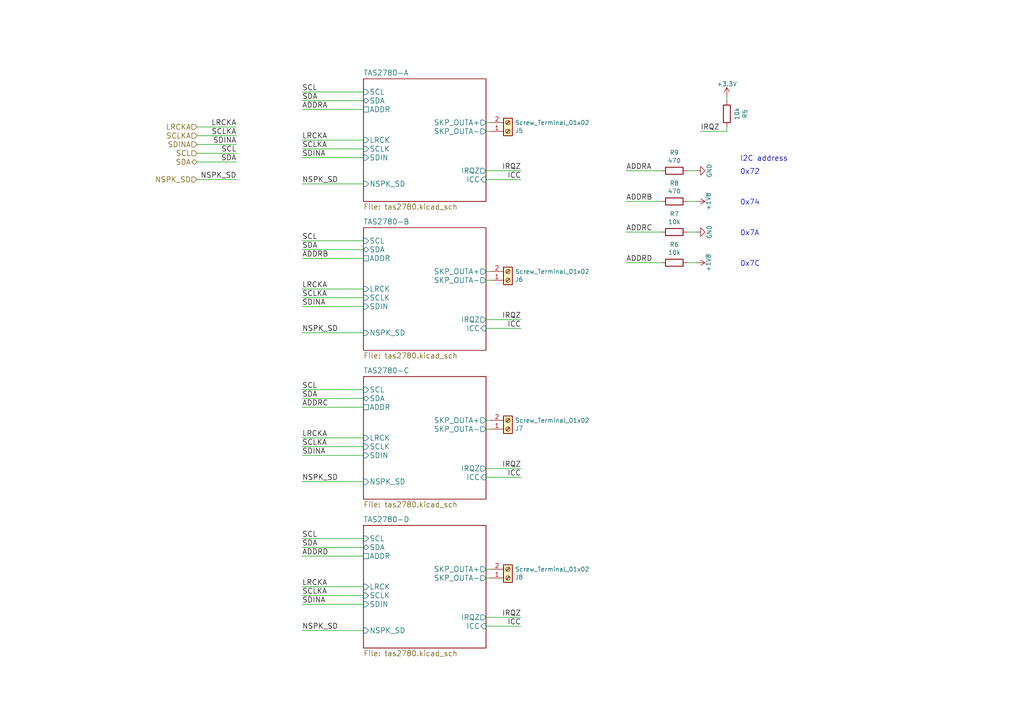
<source format=kicad_sch>
(kicad_sch (version 20211123) (generator eeschema)

  (uuid 2dfdf554-d7ae-4f46-9bef-349a4ec8d129)

  (paper "A4")

  (lib_symbols
    (symbol "Connector:Screw_Terminal_01x02" (pin_names (offset 1.016) hide) (in_bom yes) (on_board yes)
      (property "Reference" "J" (id 0) (at 0 2.54 0)
        (effects (font (size 1.27 1.27)))
      )
      (property "Value" "Screw_Terminal_01x02" (id 1) (at 0 -5.08 0)
        (effects (font (size 1.27 1.27)))
      )
      (property "Footprint" "" (id 2) (at 0 0 0)
        (effects (font (size 1.27 1.27)) hide)
      )
      (property "Datasheet" "~" (id 3) (at 0 0 0)
        (effects (font (size 1.27 1.27)) hide)
      )
      (property "ki_keywords" "screw terminal" (id 4) (at 0 0 0)
        (effects (font (size 1.27 1.27)) hide)
      )
      (property "ki_description" "Generic screw terminal, single row, 01x02, script generated (kicad-library-utils/schlib/autogen/connector/)" (id 5) (at 0 0 0)
        (effects (font (size 1.27 1.27)) hide)
      )
      (property "ki_fp_filters" "TerminalBlock*:*" (id 6) (at 0 0 0)
        (effects (font (size 1.27 1.27)) hide)
      )
      (symbol "Screw_Terminal_01x02_1_1"
        (rectangle (start -1.27 1.27) (end 1.27 -3.81)
          (stroke (width 0.254) (type default) (color 0 0 0 0))
          (fill (type background))
        )
        (circle (center 0 -2.54) (radius 0.635)
          (stroke (width 0.1524) (type default) (color 0 0 0 0))
          (fill (type none))
        )
        (polyline
          (pts
            (xy -0.5334 -2.2098)
            (xy 0.3302 -3.048)
          )
          (stroke (width 0.1524) (type default) (color 0 0 0 0))
          (fill (type none))
        )
        (polyline
          (pts
            (xy -0.5334 0.3302)
            (xy 0.3302 -0.508)
          )
          (stroke (width 0.1524) (type default) (color 0 0 0 0))
          (fill (type none))
        )
        (polyline
          (pts
            (xy -0.3556 -2.032)
            (xy 0.508 -2.8702)
          )
          (stroke (width 0.1524) (type default) (color 0 0 0 0))
          (fill (type none))
        )
        (polyline
          (pts
            (xy -0.3556 0.508)
            (xy 0.508 -0.3302)
          )
          (stroke (width 0.1524) (type default) (color 0 0 0 0))
          (fill (type none))
        )
        (circle (center 0 0) (radius 0.635)
          (stroke (width 0.1524) (type default) (color 0 0 0 0))
          (fill (type none))
        )
        (pin passive line (at -5.08 0 0) (length 3.81)
          (name "Pin_1" (effects (font (size 1.27 1.27))))
          (number "1" (effects (font (size 1.27 1.27))))
        )
        (pin passive line (at -5.08 -2.54 0) (length 3.81)
          (name "Pin_2" (effects (font (size 1.27 1.27))))
          (number "2" (effects (font (size 1.27 1.27))))
        )
      )
    )
    (symbol "Device:R" (pin_numbers hide) (pin_names (offset 0)) (in_bom yes) (on_board yes)
      (property "Reference" "R" (id 0) (at 2.032 0 90)
        (effects (font (size 1.27 1.27)))
      )
      (property "Value" "R" (id 1) (at 0 0 90)
        (effects (font (size 1.27 1.27)))
      )
      (property "Footprint" "" (id 2) (at -1.778 0 90)
        (effects (font (size 1.27 1.27)) hide)
      )
      (property "Datasheet" "~" (id 3) (at 0 0 0)
        (effects (font (size 1.27 1.27)) hide)
      )
      (property "ki_keywords" "R res resistor" (id 4) (at 0 0 0)
        (effects (font (size 1.27 1.27)) hide)
      )
      (property "ki_description" "Resistor" (id 5) (at 0 0 0)
        (effects (font (size 1.27 1.27)) hide)
      )
      (property "ki_fp_filters" "R_*" (id 6) (at 0 0 0)
        (effects (font (size 1.27 1.27)) hide)
      )
      (symbol "R_0_1"
        (rectangle (start -1.016 -2.54) (end 1.016 2.54)
          (stroke (width 0.254) (type default) (color 0 0 0 0))
          (fill (type none))
        )
      )
      (symbol "R_1_1"
        (pin passive line (at 0 3.81 270) (length 1.27)
          (name "~" (effects (font (size 1.27 1.27))))
          (number "1" (effects (font (size 1.27 1.27))))
        )
        (pin passive line (at 0 -3.81 90) (length 1.27)
          (name "~" (effects (font (size 1.27 1.27))))
          (number "2" (effects (font (size 1.27 1.27))))
        )
      )
    )
    (symbol "power:+1V8" (power) (pin_names (offset 0)) (in_bom yes) (on_board yes)
      (property "Reference" "#PWR" (id 0) (at 0 -3.81 0)
        (effects (font (size 1.27 1.27)) hide)
      )
      (property "Value" "+1V8" (id 1) (at 0 3.556 0)
        (effects (font (size 1.27 1.27)))
      )
      (property "Footprint" "" (id 2) (at 0 0 0)
        (effects (font (size 1.27 1.27)) hide)
      )
      (property "Datasheet" "" (id 3) (at 0 0 0)
        (effects (font (size 1.27 1.27)) hide)
      )
      (property "ki_keywords" "global power" (id 4) (at 0 0 0)
        (effects (font (size 1.27 1.27)) hide)
      )
      (property "ki_description" "Power symbol creates a global label with name \"+1V8\"" (id 5) (at 0 0 0)
        (effects (font (size 1.27 1.27)) hide)
      )
      (symbol "+1V8_0_1"
        (polyline
          (pts
            (xy -0.762 1.27)
            (xy 0 2.54)
          )
          (stroke (width 0) (type default) (color 0 0 0 0))
          (fill (type none))
        )
        (polyline
          (pts
            (xy 0 0)
            (xy 0 2.54)
          )
          (stroke (width 0) (type default) (color 0 0 0 0))
          (fill (type none))
        )
        (polyline
          (pts
            (xy 0 2.54)
            (xy 0.762 1.27)
          )
          (stroke (width 0) (type default) (color 0 0 0 0))
          (fill (type none))
        )
      )
      (symbol "+1V8_1_1"
        (pin power_in line (at 0 0 90) (length 0) hide
          (name "+1V8" (effects (font (size 1.27 1.27))))
          (number "1" (effects (font (size 1.27 1.27))))
        )
      )
    )
    (symbol "power:+3.3V" (power) (pin_names (offset 0)) (in_bom yes) (on_board yes)
      (property "Reference" "#PWR" (id 0) (at 0 -3.81 0)
        (effects (font (size 1.27 1.27)) hide)
      )
      (property "Value" "+3.3V" (id 1) (at 0 3.556 0)
        (effects (font (size 1.27 1.27)))
      )
      (property "Footprint" "" (id 2) (at 0 0 0)
        (effects (font (size 1.27 1.27)) hide)
      )
      (property "Datasheet" "" (id 3) (at 0 0 0)
        (effects (font (size 1.27 1.27)) hide)
      )
      (property "ki_keywords" "global power" (id 4) (at 0 0 0)
        (effects (font (size 1.27 1.27)) hide)
      )
      (property "ki_description" "Power symbol creates a global label with name \"+3.3V\"" (id 5) (at 0 0 0)
        (effects (font (size 1.27 1.27)) hide)
      )
      (symbol "+3.3V_0_1"
        (polyline
          (pts
            (xy -0.762 1.27)
            (xy 0 2.54)
          )
          (stroke (width 0) (type default) (color 0 0 0 0))
          (fill (type none))
        )
        (polyline
          (pts
            (xy 0 0)
            (xy 0 2.54)
          )
          (stroke (width 0) (type default) (color 0 0 0 0))
          (fill (type none))
        )
        (polyline
          (pts
            (xy 0 2.54)
            (xy 0.762 1.27)
          )
          (stroke (width 0) (type default) (color 0 0 0 0))
          (fill (type none))
        )
      )
      (symbol "+3.3V_1_1"
        (pin power_in line (at 0 0 90) (length 0) hide
          (name "+3.3V" (effects (font (size 1.27 1.27))))
          (number "1" (effects (font (size 1.27 1.27))))
        )
      )
    )
    (symbol "power:GND" (power) (pin_names (offset 0)) (in_bom yes) (on_board yes)
      (property "Reference" "#PWR" (id 0) (at 0 -6.35 0)
        (effects (font (size 1.27 1.27)) hide)
      )
      (property "Value" "GND" (id 1) (at 0 -3.81 0)
        (effects (font (size 1.27 1.27)))
      )
      (property "Footprint" "" (id 2) (at 0 0 0)
        (effects (font (size 1.27 1.27)) hide)
      )
      (property "Datasheet" "" (id 3) (at 0 0 0)
        (effects (font (size 1.27 1.27)) hide)
      )
      (property "ki_keywords" "global power" (id 4) (at 0 0 0)
        (effects (font (size 1.27 1.27)) hide)
      )
      (property "ki_description" "Power symbol creates a global label with name \"GND\" , ground" (id 5) (at 0 0 0)
        (effects (font (size 1.27 1.27)) hide)
      )
      (symbol "GND_0_1"
        (polyline
          (pts
            (xy 0 0)
            (xy 0 -1.27)
            (xy 1.27 -1.27)
            (xy 0 -2.54)
            (xy -1.27 -1.27)
            (xy 0 -1.27)
          )
          (stroke (width 0) (type default) (color 0 0 0 0))
          (fill (type none))
        )
      )
      (symbol "GND_1_1"
        (pin power_in line (at 0 0 270) (length 0) hide
          (name "GND" (effects (font (size 1.27 1.27))))
          (number "1" (effects (font (size 1.27 1.27))))
        )
      )
    )
  )


  (wire (pts (xy 181.61 49.53) (xy 191.77 49.53))
    (stroke (width 0) (type default) (color 0 0 0 0))
    (uuid 030c8b27-3318-49f8-a36b-d642f9611e10)
  )
  (wire (pts (xy 57.15 41.91) (xy 68.58 41.91))
    (stroke (width 0) (type default) (color 0 0 0 0))
    (uuid 06485f26-9381-4ac8-a753-0e53bd187263)
  )
  (wire (pts (xy 140.97 165.1) (xy 142.24 165.1))
    (stroke (width 0) (type default) (color 0 0 0 0))
    (uuid 0816b1e2-d589-46c0-9a70-30406ee5e09d)
  )
  (wire (pts (xy 105.41 182.88) (xy 87.63 182.88))
    (stroke (width 0) (type default) (color 0 0 0 0))
    (uuid 0c140df8-3f6b-4907-adc0-2de0483dcaba)
  )
  (wire (pts (xy 87.63 43.18) (xy 105.41 43.18))
    (stroke (width 0) (type default) (color 0 0 0 0))
    (uuid 0ffebb5e-13c3-41ab-87f1-44931d3616f5)
  )
  (wire (pts (xy 140.97 92.71) (xy 151.13 92.71))
    (stroke (width 0) (type default) (color 0 0 0 0))
    (uuid 12a7b404-116b-414a-8e88-75edd5219c33)
  )
  (wire (pts (xy 87.63 74.93) (xy 105.41 74.93))
    (stroke (width 0) (type default) (color 0 0 0 0))
    (uuid 135b87a9-f0a3-43bf-bb3e-106397826e78)
  )
  (wire (pts (xy 87.63 31.75) (xy 105.41 31.75))
    (stroke (width 0) (type default) (color 0 0 0 0))
    (uuid 15e2e549-b30d-4be6-8965-ca382f0edc9c)
  )
  (wire (pts (xy 87.63 158.75) (xy 105.41 158.75))
    (stroke (width 0) (type default) (color 0 0 0 0))
    (uuid 1a9aa42a-2f43-4b61-95ae-9263507007fa)
  )
  (wire (pts (xy 140.97 138.43) (xy 151.13 138.43))
    (stroke (width 0) (type default) (color 0 0 0 0))
    (uuid 1d8b57e1-9980-499f-9faa-e53419dab12d)
  )
  (wire (pts (xy 57.15 36.83) (xy 68.58 36.83))
    (stroke (width 0) (type default) (color 0 0 0 0))
    (uuid 22162cf0-e6b2-4345-a2f7-eded90ce08b3)
  )
  (wire (pts (xy 87.63 69.85) (xy 105.41 69.85))
    (stroke (width 0) (type default) (color 0 0 0 0))
    (uuid 269c30c0-fd06-4848-9a1a-5bfb04e30563)
  )
  (wire (pts (xy 87.63 127) (xy 105.41 127))
    (stroke (width 0) (type default) (color 0 0 0 0))
    (uuid 2e1021b5-0c94-428b-94ea-b4dfebd6573e)
  )
  (wire (pts (xy 57.15 52.07) (xy 68.58 52.07))
    (stroke (width 0) (type default) (color 0 0 0 0))
    (uuid 3afd8bda-6b22-4b76-85ac-471d6f47cbd4)
  )
  (wire (pts (xy 87.63 40.64) (xy 105.41 40.64))
    (stroke (width 0) (type default) (color 0 0 0 0))
    (uuid 44c6d339-5129-4890-b712-a38d55c5bb49)
  )
  (wire (pts (xy 140.97 49.53) (xy 151.13 49.53))
    (stroke (width 0) (type default) (color 0 0 0 0))
    (uuid 47695dff-ac97-4873-8435-3b758ec1cf16)
  )
  (wire (pts (xy 140.97 78.74) (xy 142.24 78.74))
    (stroke (width 0) (type default) (color 0 0 0 0))
    (uuid 47ec2959-d1ec-49f0-8a6d-bef20b4aa962)
  )
  (wire (pts (xy 140.97 52.07) (xy 151.13 52.07))
    (stroke (width 0) (type default) (color 0 0 0 0))
    (uuid 4f1037ef-129b-437d-9e00-b866014f6eb2)
  )
  (wire (pts (xy 68.58 44.45) (xy 57.15 44.45))
    (stroke (width 0) (type default) (color 0 0 0 0))
    (uuid 584c0aa1-ad3d-4c53-8a39-bbe616b609b5)
  )
  (wire (pts (xy 199.39 58.42) (xy 201.93 58.42))
    (stroke (width 0) (type default) (color 0 0 0 0))
    (uuid 5bacdf11-9858-4832-858e-273a635696ca)
  )
  (wire (pts (xy 199.39 49.53) (xy 201.93 49.53))
    (stroke (width 0) (type default) (color 0 0 0 0))
    (uuid 633707bd-12a1-4935-9eb5-048d9316fd28)
  )
  (wire (pts (xy 87.63 72.39) (xy 105.41 72.39))
    (stroke (width 0) (type default) (color 0 0 0 0))
    (uuid 63f812c0-ebde-4b7d-97f3-82d49be86459)
  )
  (wire (pts (xy 142.24 167.64) (xy 140.97 167.64))
    (stroke (width 0) (type default) (color 0 0 0 0))
    (uuid 697e4528-04ff-4187-882a-0936333e552b)
  )
  (wire (pts (xy 140.97 121.92) (xy 142.24 121.92))
    (stroke (width 0) (type default) (color 0 0 0 0))
    (uuid 71f7f113-1c4d-41e9-9ad0-0773d617ef8e)
  )
  (wire (pts (xy 87.63 156.21) (xy 105.41 156.21))
    (stroke (width 0) (type default) (color 0 0 0 0))
    (uuid 732fb89c-17cd-4406-afbb-429d50c8f5b7)
  )
  (wire (pts (xy 140.97 35.56) (xy 142.24 35.56))
    (stroke (width 0) (type default) (color 0 0 0 0))
    (uuid 737e072b-8eef-49fa-9cc8-5412ae74b435)
  )
  (wire (pts (xy 181.61 58.42) (xy 191.77 58.42))
    (stroke (width 0) (type default) (color 0 0 0 0))
    (uuid 774d6b29-3006-404c-8e76-295da4d6bb1f)
  )
  (wire (pts (xy 87.63 88.9) (xy 105.41 88.9))
    (stroke (width 0) (type default) (color 0 0 0 0))
    (uuid 7aa629ef-1e2d-4543-a4ca-0e02b02d3bd6)
  )
  (wire (pts (xy 87.63 132.08) (xy 105.41 132.08))
    (stroke (width 0) (type default) (color 0 0 0 0))
    (uuid 7d16468b-8c07-4607-97ec-6fa98901fb85)
  )
  (wire (pts (xy 87.63 118.11) (xy 105.41 118.11))
    (stroke (width 0) (type default) (color 0 0 0 0))
    (uuid 837ee4c8-f581-474a-abd0-b748eed11a8e)
  )
  (wire (pts (xy 210.82 36.83) (xy 210.82 38.1))
    (stroke (width 0) (type default) (color 0 0 0 0))
    (uuid 86ced981-dd41-47af-b319-a9bd771deb42)
  )
  (wire (pts (xy 87.63 29.21) (xy 105.41 29.21))
    (stroke (width 0) (type default) (color 0 0 0 0))
    (uuid 884ef0d0-7c79-4c99-8e88-e169912de5ef)
  )
  (wire (pts (xy 140.97 181.61) (xy 151.13 181.61))
    (stroke (width 0) (type default) (color 0 0 0 0))
    (uuid 90a22610-3329-4b11-bfdf-48d9edd402fd)
  )
  (wire (pts (xy 140.97 135.89) (xy 151.13 135.89))
    (stroke (width 0) (type default) (color 0 0 0 0))
    (uuid 91a3c3d2-8f1a-4b91-9ca3-4d8f3bc7f926)
  )
  (wire (pts (xy 203.2 38.1) (xy 210.82 38.1))
    (stroke (width 0) (type default) (color 0 0 0 0))
    (uuid 9599bf52-a40c-4eaf-ab79-50168291ec55)
  )
  (wire (pts (xy 210.82 27.94) (xy 210.82 29.21))
    (stroke (width 0) (type default) (color 0 0 0 0))
    (uuid 95a9237f-a066-48b5-bc68-7a08f5a4edb0)
  )
  (wire (pts (xy 181.61 76.2) (xy 191.77 76.2))
    (stroke (width 0) (type default) (color 0 0 0 0))
    (uuid 96543392-7e58-410b-876e-cc353b545c92)
  )
  (wire (pts (xy 87.63 161.29) (xy 105.41 161.29))
    (stroke (width 0) (type default) (color 0 0 0 0))
    (uuid 9bddf312-b919-47f1-a37b-bbbf9a5d7d1f)
  )
  (wire (pts (xy 140.97 95.25) (xy 151.13 95.25))
    (stroke (width 0) (type default) (color 0 0 0 0))
    (uuid 9c9405eb-1728-477d-8755-a37cdb2d2e3a)
  )
  (wire (pts (xy 181.61 67.31) (xy 191.77 67.31))
    (stroke (width 0) (type default) (color 0 0 0 0))
    (uuid a5d32cf3-1723-4cee-873d-576ce9fc8abc)
  )
  (wire (pts (xy 142.24 124.46) (xy 140.97 124.46))
    (stroke (width 0) (type default) (color 0 0 0 0))
    (uuid adaf5417-93ed-467a-875d-9168ddf8e562)
  )
  (wire (pts (xy 199.39 76.2) (xy 201.93 76.2))
    (stroke (width 0) (type default) (color 0 0 0 0))
    (uuid b467c29e-9a3d-469f-8db4-5630a51c98ed)
  )
  (wire (pts (xy 87.63 83.82) (xy 105.41 83.82))
    (stroke (width 0) (type default) (color 0 0 0 0))
    (uuid b5fe61a6-5621-4850-b589-9cf5e4684285)
  )
  (wire (pts (xy 87.63 115.57) (xy 105.41 115.57))
    (stroke (width 0) (type default) (color 0 0 0 0))
    (uuid bacb3234-0931-43e6-826c-dc53d35240d2)
  )
  (wire (pts (xy 140.97 179.07) (xy 151.13 179.07))
    (stroke (width 0) (type default) (color 0 0 0 0))
    (uuid bcc84f58-3490-4a32-a7c2-c2d3e7d8ffab)
  )
  (wire (pts (xy 105.41 53.34) (xy 87.63 53.34))
    (stroke (width 0) (type default) (color 0 0 0 0))
    (uuid becfebd3-67e6-4322-9c3e-cec4c1a09aa0)
  )
  (wire (pts (xy 87.63 172.72) (xy 105.41 172.72))
    (stroke (width 0) (type default) (color 0 0 0 0))
    (uuid c437abad-f2e8-4f71-9c96-42af6e7d9ee7)
  )
  (wire (pts (xy 199.39 67.31) (xy 201.93 67.31))
    (stroke (width 0) (type default) (color 0 0 0 0))
    (uuid d173634e-d597-4b70-bcd3-6b5c7b4fd25a)
  )
  (wire (pts (xy 57.15 39.37) (xy 68.58 39.37))
    (stroke (width 0) (type default) (color 0 0 0 0))
    (uuid d20cbc40-952f-49fa-83f9-d04275d74770)
  )
  (wire (pts (xy 87.63 113.03) (xy 105.41 113.03))
    (stroke (width 0) (type default) (color 0 0 0 0))
    (uuid d45009cf-a62a-414e-999b-537309087ed3)
  )
  (wire (pts (xy 87.63 86.36) (xy 105.41 86.36))
    (stroke (width 0) (type default) (color 0 0 0 0))
    (uuid dbf431d7-64a9-4c74-81df-9e7b35bf89cc)
  )
  (wire (pts (xy 105.41 139.7) (xy 87.63 139.7))
    (stroke (width 0) (type default) (color 0 0 0 0))
    (uuid dfb5e7f6-c033-431b-a06d-aab52ab2901e)
  )
  (wire (pts (xy 105.41 96.52) (xy 87.63 96.52))
    (stroke (width 0) (type default) (color 0 0 0 0))
    (uuid e717c625-0a4a-4b80-ad94-88fcb1b8317a)
  )
  (wire (pts (xy 142.24 81.28) (xy 140.97 81.28))
    (stroke (width 0) (type default) (color 0 0 0 0))
    (uuid ed599d74-96f9-4832-859e-3278fd83a31e)
  )
  (wire (pts (xy 142.24 38.1) (xy 140.97 38.1))
    (stroke (width 0) (type default) (color 0 0 0 0))
    (uuid ed5c770a-74c6-457f-8ffc-d111f7deac9f)
  )
  (wire (pts (xy 87.63 26.67) (xy 105.41 26.67))
    (stroke (width 0) (type default) (color 0 0 0 0))
    (uuid ee0464f8-3b70-4477-9e70-45f3cecbf629)
  )
  (wire (pts (xy 87.63 170.18) (xy 105.41 170.18))
    (stroke (width 0) (type default) (color 0 0 0 0))
    (uuid f20b792d-b1b6-4c85-b1e5-e82ed222c5fb)
  )
  (wire (pts (xy 68.58 46.99) (xy 57.15 46.99))
    (stroke (width 0) (type default) (color 0 0 0 0))
    (uuid f279991b-cdb5-4270-8fa8-8afa7f53d4e9)
  )
  (wire (pts (xy 87.63 175.26) (xy 105.41 175.26))
    (stroke (width 0) (type default) (color 0 0 0 0))
    (uuid f4997ea5-7227-486f-a63d-b86a77623c0c)
  )
  (wire (pts (xy 87.63 45.72) (xy 105.41 45.72))
    (stroke (width 0) (type default) (color 0 0 0 0))
    (uuid f514efef-a096-432f-ac82-1490eb28c506)
  )
  (wire (pts (xy 87.63 129.54) (xy 105.41 129.54))
    (stroke (width 0) (type default) (color 0 0 0 0))
    (uuid ffd49b67-7b92-4cef-963f-835ddfc7be07)
  )

  (text "0x7C" (at 214.63 77.47 0)
    (effects (font (size 1.524 1.524)) (justify left bottom))
    (uuid 2f28cdb5-be95-4009-b361-29ec4287750e)
  )
  (text "0x72" (at 214.63 50.8 0)
    (effects (font (size 1.524 1.524)) (justify left bottom))
    (uuid 4b15bc2e-97c9-4c30-9679-a0a4cbf2ed0f)
  )
  (text "0x7A" (at 214.63 68.58 0)
    (effects (font (size 1.524 1.524)) (justify left bottom))
    (uuid 917ee4df-7a19-4a3d-837d-e3f9b0a89764)
  )
  (text "I2C address" (at 214.63 46.99 0)
    (effects (font (size 1.524 1.524)) (justify left bottom))
    (uuid c59354e0-b88f-42be-b6f0-f74706d0b743)
  )
  (text "0x74" (at 214.63 59.69 0)
    (effects (font (size 1.524 1.524)) (justify left bottom))
    (uuid ddd04a2a-4e88-4ef5-bfda-6d2fb499ec60)
  )

  (label "SCL" (at 87.63 113.03 0)
    (effects (font (size 1.524 1.524)) (justify left bottom))
    (uuid 08e4d771-bc30-4f04-b006-6f82b84c711c)
  )
  (label "SCL" (at 68.58 44.45 180)
    (effects (font (size 1.524 1.524)) (justify right bottom))
    (uuid 09ca45cf-74fe-4ef0-9228-da0bdc333787)
  )
  (label "LRCKA" (at 68.58 36.83 180)
    (effects (font (size 1.524 1.524)) (justify right bottom))
    (uuid 0dc1d7d6-392e-42a1-bd81-8bf0b4e6e445)
  )
  (label "ADDRB" (at 181.61 58.42 0)
    (effects (font (size 1.524 1.524)) (justify left bottom))
    (uuid 0ede817b-2728-4857-90f6-5b26cd3114e8)
  )
  (label "IRQZ" (at 151.13 179.07 180)
    (effects (font (size 1.524 1.524)) (justify right bottom))
    (uuid 1073d06e-8e83-4597-bc2d-74d15439caf4)
  )
  (label "SCLKA" (at 87.63 172.72 0)
    (effects (font (size 1.524 1.524)) (justify left bottom))
    (uuid 112795ad-6ab6-4a01-ae1d-6b7deda14a55)
  )
  (label "SDA" (at 87.63 29.21 0)
    (effects (font (size 1.524 1.524)) (justify left bottom))
    (uuid 1616a7a5-2610-4b25-893a-51345f6d2656)
  )
  (label "SDINA" (at 87.63 132.08 0)
    (effects (font (size 1.524 1.524)) (justify left bottom))
    (uuid 1fdf1e1a-6d09-4459-8222-fb79d84551e5)
  )
  (label "SDINA" (at 87.63 45.72 0)
    (effects (font (size 1.524 1.524)) (justify left bottom))
    (uuid 2108c17e-22e1-4b93-88f2-5515612c9c0d)
  )
  (label "ADDRC" (at 87.63 118.11 0)
    (effects (font (size 1.524 1.524)) (justify left bottom))
    (uuid 23035019-9126-456b-be46-7ac103af016d)
  )
  (label "SDA" (at 68.58 46.99 180)
    (effects (font (size 1.524 1.524)) (justify right bottom))
    (uuid 26fa4777-1ac7-475d-bee9-86c6f50149f7)
  )
  (label "NSPK_SD" (at 87.63 139.7 0)
    (effects (font (size 1.524 1.524)) (justify left bottom))
    (uuid 27323ca8-658c-4be3-ba87-617b990378c1)
  )
  (label "SDA" (at 87.63 158.75 0)
    (effects (font (size 1.524 1.524)) (justify left bottom))
    (uuid 2957ea71-c16c-4206-bccb-a15625f6f2b1)
  )
  (label "LRCKA" (at 87.63 40.64 0)
    (effects (font (size 1.524 1.524)) (justify left bottom))
    (uuid 324e2520-1020-4883-9290-f3ece177cfe5)
  )
  (label "SDINA" (at 87.63 175.26 0)
    (effects (font (size 1.524 1.524)) (justify left bottom))
    (uuid 494cf088-40e1-4302-84fb-32d1a4d9285e)
  )
  (label "IRQZ" (at 203.2 38.1 0)
    (effects (font (size 1.524 1.524)) (justify left bottom))
    (uuid 54658886-139f-432a-9466-2699b20ad03e)
  )
  (label "SDA" (at 87.63 115.57 0)
    (effects (font (size 1.524 1.524)) (justify left bottom))
    (uuid 628423d4-8fa2-4b7f-b755-28b64bb5b899)
  )
  (label "ADDRC" (at 181.61 67.31 0)
    (effects (font (size 1.524 1.524)) (justify left bottom))
    (uuid 685990f1-97ec-44fb-9b0b-8f38e694f941)
  )
  (label "ICC" (at 151.13 181.61 180)
    (effects (font (size 1.524 1.524)) (justify right bottom))
    (uuid 70477e8c-c9b3-4605-ba97-ce6f53c64449)
  )
  (label "SCLKA" (at 87.63 129.54 0)
    (effects (font (size 1.524 1.524)) (justify left bottom))
    (uuid 77a47b81-5fbe-4f55-9d56-71fc6f52a7b5)
  )
  (label "SDA" (at 87.63 72.39 0)
    (effects (font (size 1.524 1.524)) (justify left bottom))
    (uuid 7a82aa82-515e-4bed-ac74-a19541b5d662)
  )
  (label "NSPK_SD" (at 87.63 96.52 0)
    (effects (font (size 1.524 1.524)) (justify left bottom))
    (uuid 7d099627-12f2-4b2f-a2be-6d9f6f95e7aa)
  )
  (label "NSPK_SD" (at 87.63 182.88 0)
    (effects (font (size 1.524 1.524)) (justify left bottom))
    (uuid 859a95fa-55c3-48d0-9236-9921f03ab219)
  )
  (label "LRCKA" (at 87.63 83.82 0)
    (effects (font (size 1.524 1.524)) (justify left bottom))
    (uuid 87393caa-5f12-487f-82fb-15571e4e872a)
  )
  (label "ADDRA" (at 181.61 49.53 0)
    (effects (font (size 1.524 1.524)) (justify left bottom))
    (uuid 89ee8e1b-7454-4b5f-bf99-b44f3aa53232)
  )
  (label "NSPK_SD" (at 68.58 52.07 180)
    (effects (font (size 1.524 1.524)) (justify right bottom))
    (uuid 9c0c700d-6619-4f06-92d8-345c8106c024)
  )
  (label "ICC" (at 151.13 95.25 180)
    (effects (font (size 1.524 1.524)) (justify right bottom))
    (uuid 9c0d6e15-6481-41bd-9ba8-cb2c90982a47)
  )
  (label "SDINA" (at 87.63 88.9 0)
    (effects (font (size 1.524 1.524)) (justify left bottom))
    (uuid 9f1a5be3-2d22-4137-bc5e-32ae2ab6dbaf)
  )
  (label "SCL" (at 87.63 26.67 0)
    (effects (font (size 1.524 1.524)) (justify left bottom))
    (uuid aa0f6e4b-620d-4454-827b-99ffe71d02f2)
  )
  (label "ADDRD" (at 87.63 161.29 0)
    (effects (font (size 1.524 1.524)) (justify left bottom))
    (uuid b39676a3-4e20-49cd-967f-3d8f27153114)
  )
  (label "SDINA" (at 68.58 41.91 180)
    (effects (font (size 1.524 1.524)) (justify right bottom))
    (uuid b48586c2-7b70-4d39-a7a1-18187ceed66c)
  )
  (label "IRQZ" (at 151.13 135.89 180)
    (effects (font (size 1.524 1.524)) (justify right bottom))
    (uuid bdc1efb5-42d2-4e72-8718-c7952708db01)
  )
  (label "SCLKA" (at 87.63 43.18 0)
    (effects (font (size 1.524 1.524)) (justify left bottom))
    (uuid c36b54e3-3db8-497c-b924-d4639cb12bfd)
  )
  (label "ICC" (at 151.13 52.07 180)
    (effects (font (size 1.524 1.524)) (justify right bottom))
    (uuid c66c8a70-ef33-4958-8a4a-432f887d33a3)
  )
  (label "SCL" (at 87.63 69.85 0)
    (effects (font (size 1.524 1.524)) (justify left bottom))
    (uuid ca3c9c52-900f-48fb-aa9a-d25e614e776d)
  )
  (label "IRQZ" (at 151.13 92.71 180)
    (effects (font (size 1.524 1.524)) (justify right bottom))
    (uuid cb701a11-0b9b-4d7d-868a-62ade7da490d)
  )
  (label "ICC" (at 151.13 138.43 180)
    (effects (font (size 1.524 1.524)) (justify right bottom))
    (uuid d51222c0-5104-44c6-bfb0-fb23bf3aecf6)
  )
  (label "SCLKA" (at 68.58 39.37 180)
    (effects (font (size 1.524 1.524)) (justify right bottom))
    (uuid d51dd9d0-e798-4222-8937-90ebf7c0bf6f)
  )
  (label "ADDRA" (at 87.63 31.75 0)
    (effects (font (size 1.524 1.524)) (justify left bottom))
    (uuid e0491888-cb55-4732-82ef-96dac1a40ee1)
  )
  (label "LRCKA" (at 87.63 170.18 0)
    (effects (font (size 1.524 1.524)) (justify left bottom))
    (uuid e149dd0b-ef75-4d2c-9f54-57b949ee30fe)
  )
  (label "NSPK_SD" (at 87.63 53.34 0)
    (effects (font (size 1.524 1.524)) (justify left bottom))
    (uuid e40ed235-f74c-400e-ba3c-2105ef5e7b51)
  )
  (label "ADDRD" (at 181.61 76.2 0)
    (effects (font (size 1.524 1.524)) (justify left bottom))
    (uuid ea775942-a1d9-4c18-ae44-8e0dbae4e55a)
  )
  (label "SCL" (at 87.63 156.21 0)
    (effects (font (size 1.524 1.524)) (justify left bottom))
    (uuid f154433e-39e2-4b9a-a7cc-cedcebbc2a8a)
  )
  (label "SCLKA" (at 87.63 86.36 0)
    (effects (font (size 1.524 1.524)) (justify left bottom))
    (uuid f66b7ad5-e605-4580-b0b9-8844915f38b0)
  )
  (label "IRQZ" (at 151.13 49.53 180)
    (effects (font (size 1.524 1.524)) (justify right bottom))
    (uuid f74135c1-29fc-4e39-b3af-3c7212b032e5)
  )
  (label "LRCKA" (at 87.63 127 0)
    (effects (font (size 1.524 1.524)) (justify left bottom))
    (uuid f7cb7b21-9c1a-4310-a941-1e63674d7e2d)
  )
  (label "ADDRB" (at 87.63 74.93 0)
    (effects (font (size 1.524 1.524)) (justify left bottom))
    (uuid fee8ab66-ea85-4081-ba4f-23173ab5e873)
  )

  (hierarchical_label "SDA" (shape bidirectional) (at 57.15 46.99 180)
    (effects (font (size 1.524 1.524)) (justify right))
    (uuid 11e09804-acbe-4ee1-b78c-8ce5dd6f99a4)
  )
  (hierarchical_label "LRCKA" (shape input) (at 57.15 36.83 180)
    (effects (font (size 1.524 1.524)) (justify right))
    (uuid 34f4969a-4823-46ec-9c78-5a30760fe4af)
  )
  (hierarchical_label "NSPK_SD" (shape input) (at 57.15 52.07 180)
    (effects (font (size 1.524 1.524)) (justify right))
    (uuid 57cdab21-bf3d-4cc2-974e-1e9285805b0b)
  )
  (hierarchical_label "SDINA" (shape input) (at 57.15 41.91 180)
    (effects (font (size 1.524 1.524)) (justify right))
    (uuid 7949da64-74ed-4a1d-84a9-bf630d49cfbd)
  )
  (hierarchical_label "SCL" (shape input) (at 57.15 44.45 180)
    (effects (font (size 1.524 1.524)) (justify right))
    (uuid 7d19e007-9206-460c-9449-f3181c8532d6)
  )
  (hierarchical_label "SCLKA" (shape input) (at 57.15 39.37 180)
    (effects (font (size 1.524 1.524)) (justify right))
    (uuid ce6a9585-2008-4eec-8da7-f0d420b7ec99)
  )

  (symbol (lib_id "power:+3.3V") (at 210.82 27.94 0) (unit 1)
    (in_bom yes) (on_board yes)
    (uuid 15e64719-be55-4db9-8c7a-a38568bc45c1)
    (property "Reference" "#PWR0128" (id 0) (at 210.82 31.75 0)
      (effects (font (size 1.27 1.27)) hide)
    )
    (property "Value" "+3.3V" (id 1) (at 210.82 24.384 0))
    (property "Footprint" "" (id 2) (at 210.82 27.94 0)
      (effects (font (size 1.27 1.27)) hide)
    )
    (property "Datasheet" "" (id 3) (at 210.82 27.94 0)
      (effects (font (size 1.27 1.27)) hide)
    )
    (pin "1" (uuid 55f2dc75-deae-4fc6-aef7-a9150a3a86aa))
  )

  (symbol (lib_id "Connector:Screw_Terminal_01x02") (at 147.32 124.46 0) (mirror x) (unit 1)
    (in_bom yes) (on_board yes)
    (uuid 1e63d159-a08a-443a-9fec-75c3c939d0b8)
    (property "Reference" "J7" (id 0) (at 149.352 124.2568 0)
      (effects (font (size 1.27 1.27)) (justify left))
    )
    (property "Value" "Screw_Terminal_01x02" (id 1) (at 149.352 121.9454 0)
      (effects (font (size 1.27 1.27)) (justify left))
    )
    (property "Footprint" "Connector_Terminal:wuerth_691216410002" (id 2) (at 147.32 124.46 0)
      (effects (font (size 1.27 1.27)) hide)
    )
    (property "Datasheet" "~" (id 3) (at 147.32 124.46 0)
      (effects (font (size 1.27 1.27)) hide)
    )
    (property "Mfr.Nr." "DK" (id 4) (at 147.32 124.46 0)
      (effects (font (size 1.27 1.27)) hide)
    )
    (pin "1" (uuid 75ac632a-b2d6-45cb-a4a3-6270da8976b4))
    (pin "2" (uuid 4ea9523c-c4b5-447a-b3fb-350768981004))
  )

  (symbol (lib_id "Device:R") (at 195.58 49.53 270) (unit 1)
    (in_bom yes) (on_board yes)
    (uuid 217007ee-6d4a-4954-8b99-c02b6a27d264)
    (property "Reference" "R9" (id 0) (at 195.58 44.2722 90))
    (property "Value" "470" (id 1) (at 195.58 46.5836 90))
    (property "Footprint" "Resistor_SMD:R_0402_1005Metric" (id 2) (at 195.58 47.752 90)
      (effects (font (size 1.27 1.27)) hide)
    )
    (property "Datasheet" "~" (id 3) (at 195.58 49.53 0)
      (effects (font (size 1.27 1.27)) hide)
    )
    (property "Mfr.Nr." "" (id 4) (at 195.58 49.53 0)
      (effects (font (size 1.27 1.27)) hide)
    )
    (property "MPN" "C25117" (id 5) (at 195.58 49.53 0)
      (effects (font (size 1.27 1.27)) hide)
    )
    (pin "1" (uuid 9c59fdc5-a160-48ec-8475-efd351b37ff2))
    (pin "2" (uuid 7886ef4e-fe7b-4411-b170-8b309a77db57))
  )

  (symbol (lib_id "power:GND") (at 201.93 49.53 90) (unit 1)
    (in_bom yes) (on_board yes)
    (uuid 25e91e8d-c83a-4eee-ab38-2cfa99e3f198)
    (property "Reference" "#PWR0124" (id 0) (at 208.28 49.53 0)
      (effects (font (size 1.27 1.27)) hide)
    )
    (property "Value" "GND" (id 1) (at 205.74 49.53 0))
    (property "Footprint" "" (id 2) (at 201.93 49.53 0)
      (effects (font (size 1.27 1.27)) hide)
    )
    (property "Datasheet" "" (id 3) (at 201.93 49.53 0)
      (effects (font (size 1.27 1.27)) hide)
    )
    (pin "1" (uuid 151878b3-6160-41db-b8eb-53de8535e0dd))
  )

  (symbol (lib_id "power:+1V8") (at 201.93 58.42 270) (unit 1)
    (in_bom yes) (on_board yes) (fields_autoplaced)
    (uuid 3e00129f-7a68-436c-97b5-3054dccac0ca)
    (property "Reference" "#PWR0125" (id 0) (at 198.12 58.42 0)
      (effects (font (size 1.27 1.27)) hide)
    )
    (property "Value" "+1V8" (id 1) (at 205.486 58.42 0))
    (property "Footprint" "" (id 2) (at 201.93 58.42 0)
      (effects (font (size 1.27 1.27)) hide)
    )
    (property "Datasheet" "" (id 3) (at 201.93 58.42 0)
      (effects (font (size 1.27 1.27)) hide)
    )
    (pin "1" (uuid e6616662-dced-40be-9808-6d487795d7ef))
  )

  (symbol (lib_id "Connector:Screw_Terminal_01x02") (at 147.32 167.64 0) (mirror x) (unit 1)
    (in_bom yes) (on_board yes)
    (uuid 4bb27e00-d1b0-4563-8787-92c093712a32)
    (property "Reference" "J8" (id 0) (at 149.352 167.4368 0)
      (effects (font (size 1.27 1.27)) (justify left))
    )
    (property "Value" "Screw_Terminal_01x02" (id 1) (at 149.352 165.1254 0)
      (effects (font (size 1.27 1.27)) (justify left))
    )
    (property "Footprint" "Connector_Terminal:wuerth_691216410002" (id 2) (at 147.32 167.64 0)
      (effects (font (size 1.27 1.27)) hide)
    )
    (property "Datasheet" "~" (id 3) (at 147.32 167.64 0)
      (effects (font (size 1.27 1.27)) hide)
    )
    (property "Mfr.Nr." "DK" (id 4) (at 147.32 167.64 0)
      (effects (font (size 1.27 1.27)) hide)
    )
    (pin "1" (uuid 28bb238b-1f96-4a1a-9b1f-bd11063302a1))
    (pin "2" (uuid db7402d6-dc10-4a3b-abdd-e166862479c1))
  )

  (symbol (lib_id "power:+1V8") (at 201.93 76.2 270) (unit 1)
    (in_bom yes) (on_board yes) (fields_autoplaced)
    (uuid 6c99aca0-5bbf-4cf9-bdf4-ba5db26d93e3)
    (property "Reference" "#PWR0127" (id 0) (at 198.12 76.2 0)
      (effects (font (size 1.27 1.27)) hide)
    )
    (property "Value" "+1V8" (id 1) (at 205.486 76.2 0))
    (property "Footprint" "" (id 2) (at 201.93 76.2 0)
      (effects (font (size 1.27 1.27)) hide)
    )
    (property "Datasheet" "" (id 3) (at 201.93 76.2 0)
      (effects (font (size 1.27 1.27)) hide)
    )
    (pin "1" (uuid e7d82b93-bcdf-4824-b0c0-65ff0d4ee1ce))
  )

  (symbol (lib_id "Device:R") (at 195.58 76.2 270) (unit 1)
    (in_bom yes) (on_board yes)
    (uuid 72cce66b-d3e9-407d-acc8-daa8ac050a21)
    (property "Reference" "R6" (id 0) (at 195.58 70.9422 90))
    (property "Value" "10k" (id 1) (at 195.58 73.2536 90))
    (property "Footprint" "Resistor_SMD:R_0402_1005Metric" (id 2) (at 195.58 74.422 90)
      (effects (font (size 1.27 1.27)) hide)
    )
    (property "Datasheet" "~" (id 3) (at 195.58 76.2 0)
      (effects (font (size 1.27 1.27)) hide)
    )
    (property "Mfr.Nr." "" (id 4) (at 195.58 76.2 0)
      (effects (font (size 1.27 1.27)) hide)
    )
    (property "MPN" "C25744" (id 5) (at 195.58 76.2 0)
      (effects (font (size 1.27 1.27)) hide)
    )
    (pin "1" (uuid 1e9bbc2f-ca09-49d8-8cd6-9057da9edb9e))
    (pin "2" (uuid f8f248a7-d874-473d-bc5c-bd11369ab961))
  )

  (symbol (lib_id "Device:R") (at 195.58 67.31 270) (unit 1)
    (in_bom yes) (on_board yes)
    (uuid a1c4dc40-7f71-4215-adf1-a2e7f360c532)
    (property "Reference" "R7" (id 0) (at 195.58 62.0522 90))
    (property "Value" "10k" (id 1) (at 195.58 64.3636 90))
    (property "Footprint" "Resistor_SMD:R_0402_1005Metric" (id 2) (at 195.58 65.532 90)
      (effects (font (size 1.27 1.27)) hide)
    )
    (property "Datasheet" "~" (id 3) (at 195.58 67.31 0)
      (effects (font (size 1.27 1.27)) hide)
    )
    (property "Mfr.Nr." "" (id 4) (at 195.58 67.31 0)
      (effects (font (size 1.27 1.27)) hide)
    )
    (property "MPN" "C25744" (id 5) (at 195.58 67.31 0)
      (effects (font (size 1.27 1.27)) hide)
    )
    (pin "1" (uuid 7eedd30e-c704-45a1-ac13-773b9d1699f9))
    (pin "2" (uuid 49fc304d-fc2f-408b-8720-c5b3f3d66cba))
  )

  (symbol (lib_id "Device:R") (at 195.58 58.42 270) (unit 1)
    (in_bom yes) (on_board yes)
    (uuid b2879eb5-2abc-42e1-9741-f8998cebe5ba)
    (property "Reference" "R8" (id 0) (at 195.58 53.1622 90))
    (property "Value" "470" (id 1) (at 195.58 55.4736 90))
    (property "Footprint" "Resistor_SMD:R_0402_1005Metric" (id 2) (at 195.58 56.642 90)
      (effects (font (size 1.27 1.27)) hide)
    )
    (property "Datasheet" "~" (id 3) (at 195.58 58.42 0)
      (effects (font (size 1.27 1.27)) hide)
    )
    (property "Mfr.Nr." "" (id 4) (at 195.58 58.42 0)
      (effects (font (size 1.27 1.27)) hide)
    )
    (property "MPN" "C25117" (id 5) (at 195.58 58.42 0)
      (effects (font (size 1.27 1.27)) hide)
    )
    (pin "1" (uuid 9f7d7ca6-91ec-4d5f-be9e-2c6dd110d3ac))
    (pin "2" (uuid 6fa5c9e6-ba32-4c35-83c9-66800e727b6e))
  )

  (symbol (lib_id "Connector:Screw_Terminal_01x02") (at 147.32 38.1 0) (mirror x) (unit 1)
    (in_bom yes) (on_board yes)
    (uuid b9f7df4a-9d72-489a-94c4-4e4eef560492)
    (property "Reference" "J5" (id 0) (at 149.352 37.8968 0)
      (effects (font (size 1.27 1.27)) (justify left))
    )
    (property "Value" "Screw_Terminal_01x02" (id 1) (at 149.352 35.5854 0)
      (effects (font (size 1.27 1.27)) (justify left))
    )
    (property "Footprint" "Connector_Terminal:wuerth_691216410002" (id 2) (at 147.32 38.1 0)
      (effects (font (size 1.27 1.27)) hide)
    )
    (property "Datasheet" "~" (id 3) (at 147.32 38.1 0)
      (effects (font (size 1.27 1.27)) hide)
    )
    (property "Mfr.Nr." "DK" (id 4) (at 147.32 38.1 0)
      (effects (font (size 1.27 1.27)) hide)
    )
    (pin "1" (uuid 82272d03-7b92-4d99-9b2d-4ce2506bfe17))
    (pin "2" (uuid d6d8dcc8-67cc-42c5-89b4-d76037b5248a))
  )

  (symbol (lib_id "Connector:Screw_Terminal_01x02") (at 147.32 81.28 0) (mirror x) (unit 1)
    (in_bom yes) (on_board yes)
    (uuid c6ac2703-90fa-411e-ae67-0014f2573b21)
    (property "Reference" "J6" (id 0) (at 149.352 81.0768 0)
      (effects (font (size 1.27 1.27)) (justify left))
    )
    (property "Value" "Screw_Terminal_01x02" (id 1) (at 149.352 78.7654 0)
      (effects (font (size 1.27 1.27)) (justify left))
    )
    (property "Footprint" "Connector_Terminal:wuerth_691216410002" (id 2) (at 147.32 81.28 0)
      (effects (font (size 1.27 1.27)) hide)
    )
    (property "Datasheet" "~" (id 3) (at 147.32 81.28 0)
      (effects (font (size 1.27 1.27)) hide)
    )
    (property "Mfr.Nr." "DK" (id 4) (at 147.32 81.28 0)
      (effects (font (size 1.27 1.27)) hide)
    )
    (pin "1" (uuid c961f164-8bfd-48fd-adc7-cf96249a6d56))
    (pin "2" (uuid 02be2094-fd60-4d2f-9ad9-43f982c1e650))
  )

  (symbol (lib_id "Device:R") (at 210.82 33.02 180) (unit 1)
    (in_bom yes) (on_board yes)
    (uuid dfc5d7b4-589f-4c9d-ab1c-cd494d22cc48)
    (property "Reference" "R5" (id 0) (at 216.0778 33.02 90))
    (property "Value" "10k" (id 1) (at 213.7664 33.02 90))
    (property "Footprint" "Resistor_SMD:R_0402_1005Metric" (id 2) (at 212.598 33.02 90)
      (effects (font (size 1.27 1.27)) hide)
    )
    (property "Datasheet" "~" (id 3) (at 210.82 33.02 0)
      (effects (font (size 1.27 1.27)) hide)
    )
    (property "Mfr.Nr." "" (id 4) (at 210.82 33.02 0)
      (effects (font (size 1.27 1.27)) hide)
    )
    (property "MPN" "C25744" (id 5) (at 210.82 33.02 0)
      (effects (font (size 1.27 1.27)) hide)
    )
    (pin "1" (uuid 7e119d6c-9f7b-43ed-946c-caa2835656ca))
    (pin "2" (uuid 526689f6-65b7-41fb-a766-7ba1a4f1f26d))
  )

  (symbol (lib_id "power:GND") (at 201.93 67.31 90) (unit 1)
    (in_bom yes) (on_board yes)
    (uuid effa04e8-d91e-43d0-872b-e8a736a9b2b8)
    (property "Reference" "#PWR0126" (id 0) (at 208.28 67.31 0)
      (effects (font (size 1.27 1.27)) hide)
    )
    (property "Value" "GND" (id 1) (at 205.74 67.31 0))
    (property "Footprint" "" (id 2) (at 201.93 67.31 0)
      (effects (font (size 1.27 1.27)) hide)
    )
    (property "Datasheet" "" (id 3) (at 201.93 67.31 0)
      (effects (font (size 1.27 1.27)) hide)
    )
    (pin "1" (uuid 7a62f183-924d-49af-a876-53daf4a5bb47))
  )

  (sheet (at 105.41 152.4) (size 35.56 35.56) (fields_autoplaced)
    (stroke (width 0) (type solid) (color 0 0 0 0))
    (fill (color 0 0 0 0.0000))
    (uuid 444f9d99-2292-47df-84b7-07bee3c7b360)
    (property "Sheet name" "TAS2780-D" (id 0) (at 105.41 151.5614 0)
      (effects (font (size 1.524 1.524)) (justify left bottom))
    )
    (property "Sheet file" "tas2780.kicad_sch" (id 1) (at 105.41 188.6462 0)
      (effects (font (size 1.524 1.524)) (justify left top))
    )
    (pin "NSPK_SD" input (at 105.41 182.88 180)
      (effects (font (size 1.524 1.524)) (justify left))
      (uuid 2e4f5be4-837d-4945-bbcc-d278b6c25626)
    )
    (pin "LRCK" input (at 105.41 170.18 180)
      (effects (font (size 1.524 1.524)) (justify left))
      (uuid cde024fc-37c5-4080-9d3c-d9c7a8ccbdab)
    )
    (pin "SDIN" input (at 105.41 175.26 180)
      (effects (font (size 1.524 1.524)) (justify left))
      (uuid 1692af15-9f8b-4985-8df6-e661dde2513c)
    )
    (pin "SCLK" input (at 105.41 172.72 180)
      (effects (font (size 1.524 1.524)) (justify left))
      (uuid df3f38a3-b242-4838-8f69-6d736c652c45)
    )
    (pin "SKP_OUTA+" output (at 140.97 165.1 0)
      (effects (font (size 1.524 1.524)) (justify right))
      (uuid 44e779e7-21d3-4d35-aac0-86660180e3d3)
    )
    (pin "SKP_OUTA-" output (at 140.97 167.64 0)
      (effects (font (size 1.524 1.524)) (justify right))
      (uuid e5d54596-c36f-4fb2-a49d-6de015d4cd5a)
    )
    (pin "ICC" input (at 140.97 181.61 0)
      (effects (font (size 1.524 1.524)) (justify right))
      (uuid 8969873a-3376-4f9d-881d-9aeee925c404)
    )
    (pin "SCL" input (at 105.41 156.21 180)
      (effects (font (size 1.524 1.524)) (justify left))
      (uuid aab60cf3-3083-4110-9aff-04eac1b3eb0b)
    )
    (pin "SDA" bidirectional (at 105.41 158.75 180)
      (effects (font (size 1.524 1.524)) (justify left))
      (uuid b0828539-be0e-4091-a014-38d6c0d60f43)
    )
    (pin "IRQZ" output (at 140.97 179.07 0)
      (effects (font (size 1.524 1.524)) (justify right))
      (uuid 67a7f08b-1232-4035-8fe3-6d89f298e0bb)
    )
    (pin "ADDR" passive (at 105.41 161.29 180)
      (effects (font (size 1.524 1.524)) (justify left))
      (uuid b11e6796-413a-499c-a48c-d523f928a2b3)
    )
  )

  (sheet (at 105.41 22.86) (size 35.56 35.56) (fields_autoplaced)
    (stroke (width 0) (type solid) (color 0 0 0 0))
    (fill (color 0 0 0 0.0000))
    (uuid 99bf73f7-d072-417c-b98c-0c9001b19e34)
    (property "Sheet name" "TAS2780-A" (id 0) (at 105.41 22.0214 0)
      (effects (font (size 1.524 1.524)) (justify left bottom))
    )
    (property "Sheet file" "tas2780.kicad_sch" (id 1) (at 105.41 59.1062 0)
      (effects (font (size 1.524 1.524)) (justify left top))
    )
    (pin "NSPK_SD" input (at 105.41 53.34 180)
      (effects (font (size 1.524 1.524)) (justify left))
      (uuid dd5117c9-3479-43cd-a8b2-71eee8ae7881)
    )
    (pin "LRCK" input (at 105.41 40.64 180)
      (effects (font (size 1.524 1.524)) (justify left))
      (uuid b8b59fdc-eee8-443a-9961-d60c5b9be025)
    )
    (pin "SDIN" input (at 105.41 45.72 180)
      (effects (font (size 1.524 1.524)) (justify left))
      (uuid ac06960b-f97e-49d0-87e5-4454d5bf067c)
    )
    (pin "SCLK" input (at 105.41 43.18 180)
      (effects (font (size 1.524 1.524)) (justify left))
      (uuid 5c0f506e-b221-48b2-b4fe-71461613226b)
    )
    (pin "SKP_OUTA+" output (at 140.97 35.56 0)
      (effects (font (size 1.524 1.524)) (justify right))
      (uuid 8da41e7d-3eab-4c62-8aeb-bb291561fe7c)
    )
    (pin "SKP_OUTA-" output (at 140.97 38.1 0)
      (effects (font (size 1.524 1.524)) (justify right))
      (uuid bb6b38fe-89e9-4df3-8295-749b5dd6238c)
    )
    (pin "ICC" input (at 140.97 52.07 0)
      (effects (font (size 1.524 1.524)) (justify right))
      (uuid 76da4247-fac4-4cf3-a337-eabfe910b222)
    )
    (pin "SCL" input (at 105.41 26.67 180)
      (effects (font (size 1.524 1.524)) (justify left))
      (uuid f66e6d04-af7d-436b-9027-2c577c0d3edd)
    )
    (pin "SDA" bidirectional (at 105.41 29.21 180)
      (effects (font (size 1.524 1.524)) (justify left))
      (uuid 89e9f35a-a91f-406a-90a8-cb9add2542c3)
    )
    (pin "IRQZ" output (at 140.97 49.53 0)
      (effects (font (size 1.524 1.524)) (justify right))
      (uuid d65b6ed0-364a-4e58-853b-07c547d1fecb)
    )
    (pin "ADDR" passive (at 105.41 31.75 180)
      (effects (font (size 1.524 1.524)) (justify left))
      (uuid e878caef-67f2-4595-b3f1-c951d5b49ce1)
    )
  )

  (sheet (at 105.41 109.22) (size 35.56 35.56) (fields_autoplaced)
    (stroke (width 0) (type solid) (color 0 0 0 0))
    (fill (color 0 0 0 0.0000))
    (uuid 9e1b800b-c7b0-4ddf-a2b7-556b95d496fc)
    (property "Sheet name" "TAS2780-C" (id 0) (at 105.41 108.3814 0)
      (effects (font (size 1.524 1.524)) (justify left bottom))
    )
    (property "Sheet file" "tas2780.kicad_sch" (id 1) (at 105.41 145.4662 0)
      (effects (font (size 1.524 1.524)) (justify left top))
    )
    (pin "NSPK_SD" input (at 105.41 139.7 180)
      (effects (font (size 1.524 1.524)) (justify left))
      (uuid fefdd6c8-1f1c-40ac-9acf-1a6478e8b10f)
    )
    (pin "LRCK" input (at 105.41 127 180)
      (effects (font (size 1.524 1.524)) (justify left))
      (uuid a4d6e997-831b-4ca5-b6f0-cd20679ea96d)
    )
    (pin "SDIN" input (at 105.41 132.08 180)
      (effects (font (size 1.524 1.524)) (justify left))
      (uuid 931a39b5-c454-4f03-ab7a-0bc40244e7d0)
    )
    (pin "SCLK" input (at 105.41 129.54 180)
      (effects (font (size 1.524 1.524)) (justify left))
      (uuid 1b731101-68f2-4bff-bf66-f24e6266b379)
    )
    (pin "SKP_OUTA+" output (at 140.97 121.92 0)
      (effects (font (size 1.524 1.524)) (justify right))
      (uuid d3076b13-5923-48c5-8b36-261dd3508ca9)
    )
    (pin "SKP_OUTA-" output (at 140.97 124.46 0)
      (effects (font (size 1.524 1.524)) (justify right))
      (uuid c2851a98-f73d-4113-9228-7c1074c8a80c)
    )
    (pin "ICC" input (at 140.97 138.43 0)
      (effects (font (size 1.524 1.524)) (justify right))
      (uuid aec8835f-53fc-41b3-b580-c7262bda0b3d)
    )
    (pin "SCL" input (at 105.41 113.03 180)
      (effects (font (size 1.524 1.524)) (justify left))
      (uuid 9c18506f-f696-4f3c-82ea-da784bb06a58)
    )
    (pin "SDA" bidirectional (at 105.41 115.57 180)
      (effects (font (size 1.524 1.524)) (justify left))
      (uuid 90c5f871-c8c8-4494-9267-0866c31a1da3)
    )
    (pin "IRQZ" output (at 140.97 135.89 0)
      (effects (font (size 1.524 1.524)) (justify right))
      (uuid 8d3e6925-f3dd-46c4-b2dc-b3e85833c51d)
    )
    (pin "ADDR" passive (at 105.41 118.11 180)
      (effects (font (size 1.524 1.524)) (justify left))
      (uuid 4e54ad7d-96a7-4a7f-b09b-c8344abf6260)
    )
  )

  (sheet (at 105.41 66.04) (size 35.56 35.56) (fields_autoplaced)
    (stroke (width 0) (type solid) (color 0 0 0 0))
    (fill (color 0 0 0 0.0000))
    (uuid cd1a92d0-9372-4801-a759-191212a18cba)
    (property "Sheet name" "TAS2780-B" (id 0) (at 105.41 65.2014 0)
      (effects (font (size 1.524 1.524)) (justify left bottom))
    )
    (property "Sheet file" "tas2780.kicad_sch" (id 1) (at 105.41 102.2862 0)
      (effects (font (size 1.524 1.524)) (justify left top))
    )
    (pin "NSPK_SD" input (at 105.41 96.52 180)
      (effects (font (size 1.524 1.524)) (justify left))
      (uuid c2f3adf7-b4c3-486e-8431-0656d6885070)
    )
    (pin "LRCK" input (at 105.41 83.82 180)
      (effects (font (size 1.524 1.524)) (justify left))
      (uuid 8ab01b14-c6f3-463b-882d-090b7b6a59bb)
    )
    (pin "SDIN" input (at 105.41 88.9 180)
      (effects (font (size 1.524 1.524)) (justify left))
      (uuid 87b4bd54-bea9-40df-82b4-b3bf7a44d2b4)
    )
    (pin "SCLK" input (at 105.41 86.36 180)
      (effects (font (size 1.524 1.524)) (justify left))
      (uuid 7cd57b61-55df-434d-8606-b5911db99e90)
    )
    (pin "SKP_OUTA+" output (at 140.97 78.74 0)
      (effects (font (size 1.524 1.524)) (justify right))
      (uuid 5ccd94f4-d93b-4a28-984b-31a0457a1466)
    )
    (pin "SKP_OUTA-" output (at 140.97 81.28 0)
      (effects (font (size 1.524 1.524)) (justify right))
      (uuid 55309df2-09f7-4c27-91d6-ae9627a3ecc1)
    )
    (pin "ICC" input (at 140.97 95.25 0)
      (effects (font (size 1.524 1.524)) (justify right))
      (uuid 9c458786-6764-4b1b-84ed-d41001139ba9)
    )
    (pin "SCL" input (at 105.41 69.85 180)
      (effects (font (size 1.524 1.524)) (justify left))
      (uuid 8821b5a3-fcb4-469e-a922-e8de4547ac2a)
    )
    (pin "SDA" bidirectional (at 105.41 72.39 180)
      (effects (font (size 1.524 1.524)) (justify left))
      (uuid e0ad47d6-76ff-4a79-bdf7-2f294f8c09d0)
    )
    (pin "IRQZ" output (at 140.97 92.71 0)
      (effects (font (size 1.524 1.524)) (justify right))
      (uuid a7e1a269-7bba-4609-bf53-27258de2278c)
    )
    (pin "ADDR" passive (at 105.41 74.93 180)
      (effects (font (size 1.524 1.524)) (justify left))
      (uuid f74c6eca-b6d4-4c55-b49d-e2e8f85476a6)
    )
  )
)

</source>
